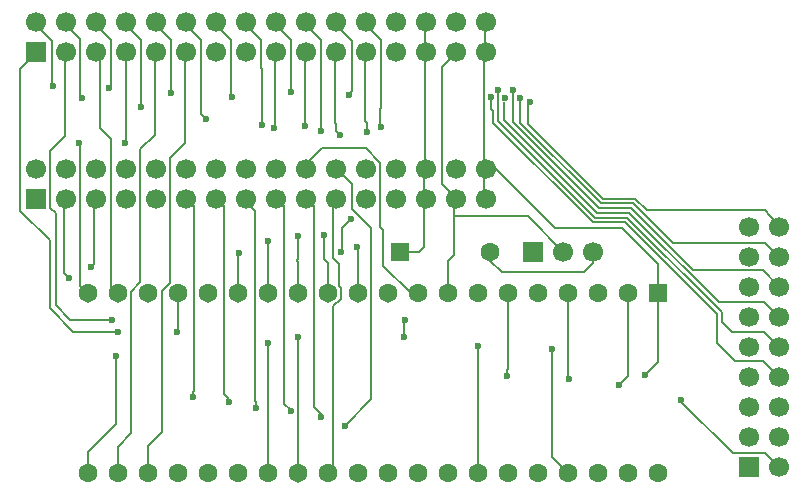
<source format=gbr>
%TF.GenerationSoftware,KiCad,Pcbnew,9.0.3*%
%TF.CreationDate,2025-09-11T22:04:48-04:00*%
%TF.ProjectId,6502-interposer,36353032-2d69-46e7-9465-72706f736572,rev?*%
%TF.SameCoordinates,Original*%
%TF.FileFunction,Copper,L1,Top*%
%TF.FilePolarity,Positive*%
%FSLAX46Y46*%
G04 Gerber Fmt 4.6, Leading zero omitted, Abs format (unit mm)*
G04 Created by KiCad (PCBNEW 9.0.3) date 2025-09-11 22:04:48*
%MOMM*%
%LPD*%
G01*
G04 APERTURE LIST*
G04 Aperture macros list*
%AMRoundRect*
0 Rectangle with rounded corners*
0 $1 Rounding radius*
0 $2 $3 $4 $5 $6 $7 $8 $9 X,Y pos of 4 corners*
0 Add a 4 corners polygon primitive as box body*
4,1,4,$2,$3,$4,$5,$6,$7,$8,$9,$2,$3,0*
0 Add four circle primitives for the rounded corners*
1,1,$1+$1,$2,$3*
1,1,$1+$1,$4,$5*
1,1,$1+$1,$6,$7*
1,1,$1+$1,$8,$9*
0 Add four rect primitives between the rounded corners*
20,1,$1+$1,$2,$3,$4,$5,0*
20,1,$1+$1,$4,$5,$6,$7,0*
20,1,$1+$1,$6,$7,$8,$9,0*
20,1,$1+$1,$8,$9,$2,$3,0*%
G04 Aperture macros list end*
%TA.AperFunction,ComponentPad*%
%ADD10C,1.600000*%
%TD*%
%TA.AperFunction,ComponentPad*%
%ADD11RoundRect,0.250000X-0.550000X0.550000X-0.550000X-0.550000X0.550000X-0.550000X0.550000X0.550000X0*%
%TD*%
%TA.AperFunction,ComponentPad*%
%ADD12C,1.700000*%
%TD*%
%TA.AperFunction,ComponentPad*%
%ADD13R,1.700000X1.700000*%
%TD*%
%TA.AperFunction,ComponentPad*%
%ADD14RoundRect,0.250000X-0.550000X-0.550000X0.550000X-0.550000X0.550000X0.550000X-0.550000X0.550000X0*%
%TD*%
%TA.AperFunction,ViaPad*%
%ADD15C,0.600000*%
%TD*%
%TA.AperFunction,Conductor*%
%ADD16C,0.200000*%
%TD*%
G04 APERTURE END LIST*
D10*
%TO.P,U1,40,~{RES}*%
%TO.N,/~{RES}*%
X100500000Y-79750000D03*
%TO.P,U1,39,\u03D52*%
%TO.N,unconnected-(U1-\u03D52-Pad39)*%
X97960000Y-79750000D03*
%TO.P,U1,38,~{SO}*%
%TO.N,unconnected-(U1-~{SO}-Pad38)*%
X95420000Y-79750000D03*
%TO.P,U1,37,\u03D50*%
%TO.N,/\u03D50*%
X92880000Y-79750000D03*
%TO.P,U1,36,nc*%
%TO.N,unconnected-(U1-nc-Pad36)*%
X90340000Y-79750000D03*
%TO.P,U1,35,nc*%
%TO.N,unconnected-(U1-nc-Pad35)*%
X87800000Y-79750000D03*
%TO.P,U1,34,R/~{W}*%
%TO.N,/R{slash}~{W}*%
X85260000Y-79750000D03*
%TO.P,U1,33,D0*%
%TO.N,/D0*%
X82720000Y-79750000D03*
%TO.P,U1,32,D1*%
%TO.N,/D1*%
X80180000Y-79750000D03*
%TO.P,U1,31,D2*%
%TO.N,/D2*%
X77640000Y-79750000D03*
%TO.P,U1,30,D3*%
%TO.N,/D3*%
X75100000Y-79750000D03*
%TO.P,U1,29,D4*%
%TO.N,/D4*%
X72560000Y-79750000D03*
%TO.P,U1,28,D5*%
%TO.N,/D5*%
X70020000Y-79750000D03*
%TO.P,U1,27,D6*%
%TO.N,/D6*%
X67480000Y-79750000D03*
%TO.P,U1,26,D7*%
%TO.N,/D7*%
X64940000Y-79750000D03*
%TO.P,U1,25,A15*%
%TO.N,/A15*%
X62400000Y-79750000D03*
%TO.P,U1,24,A14*%
%TO.N,/A14*%
X59860000Y-79750000D03*
%TO.P,U1,23,A13*%
%TO.N,/A13*%
X57320000Y-79750000D03*
%TO.P,U1,22,A12*%
%TO.N,/A12*%
X54780000Y-79750000D03*
%TO.P,U1,21,VSS*%
%TO.N,GND*%
X52240000Y-79750000D03*
%TO.P,U1,20,A11*%
%TO.N,/A11*%
X52240000Y-64510000D03*
%TO.P,U1,19,A10*%
%TO.N,/A10*%
X54780000Y-64510000D03*
%TO.P,U1,18,A9*%
%TO.N,/A9*%
X57320000Y-64510000D03*
%TO.P,U1,17,A8*%
%TO.N,/A8*%
X59860000Y-64510000D03*
%TO.P,U1,16,A7*%
%TO.N,/A7*%
X62400000Y-64510000D03*
%TO.P,U1,15,A6*%
%TO.N,/A6*%
X64940000Y-64510000D03*
%TO.P,U1,14,A5*%
%TO.N,/A5*%
X67480000Y-64510000D03*
%TO.P,U1,13,A4*%
%TO.N,/A4*%
X70020000Y-64510000D03*
%TO.P,U1,12,A3*%
%TO.N,/A3*%
X72560000Y-64510000D03*
%TO.P,U1,11,A2*%
%TO.N,/A2*%
X75100000Y-64510000D03*
%TO.P,U1,10,A1*%
%TO.N,/A1*%
X77640000Y-64510000D03*
%TO.P,U1,9,A0*%
%TO.N,/A0*%
X80180000Y-64510000D03*
%TO.P,U1,8,VCC*%
%TO.N,+5V*%
X82720000Y-64510000D03*
%TO.P,U1,7,SYNC*%
%TO.N,unconnected-(U1-SYNC-Pad7)*%
X85260000Y-64510000D03*
%TO.P,U1,6,~{NMI}*%
%TO.N,/~{NMI}*%
X87800000Y-64510000D03*
%TO.P,U1,5,nc*%
%TO.N,unconnected-(U1-nc-Pad5)*%
X90340000Y-64510000D03*
%TO.P,U1,4,~{IRQ}*%
%TO.N,/~{IRQ}*%
X92880000Y-64510000D03*
%TO.P,U1,3,\u03D51*%
%TO.N,unconnected-(U1-\u03D51-Pad3)*%
X95420000Y-64510000D03*
%TO.P,U1,2,RDY*%
%TO.N,/RDY*%
X97960000Y-64510000D03*
D11*
%TO.P,U1,1,VSS*%
%TO.N,GND*%
X100500000Y-64510000D03*
%TD*%
D12*
%TO.P,J1,17,GND*%
%TO.N,GND*%
X85960000Y-54000000D03*
%TO.P,J1,16,GND*%
X85960000Y-56540000D03*
%TO.P,J1,18,TRG*%
%TO.N,unconnected-(J1-TRG-Pad18)*%
X83420000Y-54000000D03*
%TO.P,J1,15,VRF*%
%TO.N,+5V*%
X83420000Y-56540000D03*
%TO.P,J1,19,5V0*%
%TO.N,/vcc2*%
X80880000Y-54000000D03*
%TO.P,J1,14,5V0*%
X80880000Y-56540000D03*
%TO.P,J1,20,3V3*%
%TO.N,unconnected-(J1-3V3-Pad20)*%
X78340000Y-54000000D03*
%TO.P,J1,13,3V3*%
%TO.N,unconnected-(J1-3V3-Pad13)*%
X78340000Y-56540000D03*
%TO.P,J1,21,CH-13*%
%TO.N,/D6*%
X75800000Y-54000000D03*
%TO.P,J1,12,CH-12*%
%TO.N,/D5*%
X75800000Y-56540000D03*
%TO.P,J1,22,CH-14*%
%TO.N,/D7*%
X73260000Y-54000000D03*
%TO.P,J1,11,CH-11*%
%TO.N,/D4*%
X73260000Y-56540000D03*
%TO.P,J1,23,CH-15*%
%TO.N,/A0*%
X70720000Y-54000000D03*
%TO.P,J1,10,CH-10*%
%TO.N,/D3*%
X70720000Y-56540000D03*
%TO.P,J1,24,CH-16*%
%TO.N,/A1*%
X68180000Y-54000000D03*
%TO.P,J1,9,CH-9*%
%TO.N,/D2*%
X68180000Y-56540000D03*
%TO.P,J1,25,CH-17*%
%TO.N,/A2*%
X65640000Y-54000000D03*
%TO.P,J1,8,CH-8*%
%TO.N,/D1*%
X65640000Y-56540000D03*
%TO.P,J1,26,CH-18*%
%TO.N,/A3*%
X63100000Y-54000000D03*
%TO.P,J1,7,CH-7*%
%TO.N,/D0*%
X63100000Y-56540000D03*
%TO.P,J1,27,CH-19*%
%TO.N,/A4*%
X60560000Y-54000000D03*
%TO.P,J1,6,CH-6*%
%TO.N,/~{RES}*%
X60560000Y-56540000D03*
%TO.P,J1,28,CH-20*%
%TO.N,/A5*%
X58020000Y-54000000D03*
%TO.P,J1,5,CH-5*%
%TO.N,/\u03D50*%
X58020000Y-56540000D03*
%TO.P,J1,29,CH-21*%
%TO.N,/A6*%
X55480000Y-54000000D03*
%TO.P,J1,4,CH-4*%
%TO.N,/R{slash}~{W}*%
X55480000Y-56540000D03*
%TO.P,J1,30,CH-22*%
%TO.N,/A7*%
X52940000Y-54000000D03*
%TO.P,J1,3,CH-3*%
%TO.N,/~{NMI}*%
X52940000Y-56540000D03*
%TO.P,J1,31,CH-23*%
%TO.N,/Opt1.1*%
X50400000Y-54000000D03*
%TO.P,J1,2,CH-2*%
%TO.N,/~{IRQ}*%
X50400000Y-56540000D03*
%TO.P,J1,32,CH-24*%
%TO.N,/Opt1.2*%
X47860000Y-54000000D03*
D13*
%TO.P,J1,1,CH-1*%
%TO.N,/RDY*%
X47860000Y-56540000D03*
%TD*%
D14*
%TO.P,D1,1,K*%
%TO.N,/vcc2*%
X78690000Y-61000000D03*
D10*
%TO.P,D1,2,A*%
%TO.N,Net-(D1-A)*%
X86310000Y-61000000D03*
%TD*%
D13*
%TO.P,JP1,1,A*%
%TO.N,unconnected-(JP1-A-Pad1)*%
X89960000Y-61000000D03*
D12*
%TO.P,JP1,2,C*%
%TO.N,+5V*%
X92500000Y-61000000D03*
%TO.P,JP1,3,B*%
%TO.N,Net-(D1-A)*%
X95040000Y-61000000D03*
%TD*%
D13*
%TO.P,J3,1,Pin_1*%
%TO.N,/Opt1.1*%
X108210000Y-79200000D03*
D12*
%TO.P,J3,2,Pin_2*%
%TO.N,/Opt1.2*%
X110750000Y-79200000D03*
%TO.P,J3,3,Pin_3*%
%TO.N,/Opt2.1*%
X108210000Y-76660000D03*
%TO.P,J3,4,Pin_4*%
%TO.N,/Opt2.2*%
X110750000Y-76660000D03*
%TO.P,J3,5,Pin_5*%
%TO.N,/Opt2.3*%
X108210000Y-74120000D03*
%TO.P,J3,6,Pin_6*%
%TO.N,/Opt2.4*%
X110750000Y-74120000D03*
%TO.P,J3,7,Pin_7*%
%TO.N,/Opt2.5*%
X108210000Y-71580000D03*
%TO.P,J3,8,Pin_8*%
%TO.N,/Opt2.6*%
X110750000Y-71580000D03*
%TO.P,J3,9,Pin_9*%
%TO.N,/Opt2.7*%
X108210000Y-69040000D03*
%TO.P,J3,10,Pin_10*%
%TO.N,/Opt2.8*%
X110750000Y-69040000D03*
%TO.P,J3,11,Pin_11*%
%TO.N,/Opt2.9*%
X108210000Y-66500000D03*
%TO.P,J3,12,Pin_12*%
%TO.N,/Opt2.10*%
X110750000Y-66500000D03*
%TO.P,J3,13,Pin_13*%
%TO.N,/Opt2.11*%
X108210000Y-63960000D03*
%TO.P,J3,14,Pin_14*%
%TO.N,/Opt2.12*%
X110750000Y-63960000D03*
%TO.P,J3,15,Pin_15*%
%TO.N,/Opt2.13*%
X108210000Y-61420000D03*
%TO.P,J3,16,Pin_16*%
%TO.N,/Opt2.14*%
X110750000Y-61420000D03*
%TO.P,J3,17,Pin_17*%
%TO.N,/Opt2.15*%
X108210000Y-58880000D03*
%TO.P,J3,18,Pin_18*%
%TO.N,/Opt2.16*%
X110750000Y-58880000D03*
%TD*%
%TO.P,J2,2,CH-2*%
%TO.N,/A9*%
X50400000Y-44040000D03*
%TO.P,J2,16,GND*%
%TO.N,GND*%
X85960000Y-41500000D03*
X85960000Y-44040000D03*
%TO.P,J2,18,TRG*%
%TO.N,unconnected-(J2-TRG-Pad18)*%
X83420000Y-41500000D03*
%TO.P,J2,15,VRF*%
%TO.N,+5V*%
X83420000Y-44040000D03*
%TO.P,J2,19,5V0*%
%TO.N,/vcc2*%
X80880000Y-41500000D03*
%TO.P,J2,14,5V0*%
X80880000Y-44040000D03*
%TO.P,J2,20,3V3*%
%TO.N,unconnected-(J2-3V3-Pad20)*%
X78340000Y-41500000D03*
%TO.P,J2,13,3V3*%
%TO.N,unconnected-(J2-3V3-Pad13)*%
X78340000Y-44040000D03*
%TO.P,J2,21,CH-13*%
%TO.N,/Opt2.5*%
X75800000Y-41500000D03*
%TO.P,J2,12,CH-12*%
%TO.N,/Opt2.4*%
X75800000Y-44040000D03*
%TO.P,J2,22,CH-14*%
%TO.N,/Opt2.6*%
X73260000Y-41500000D03*
%TO.P,J2,11,CH-11*%
%TO.N,/Opt2.3*%
X73260000Y-44040000D03*
%TO.P,J2,23,CH-15*%
%TO.N,/Opt2.7*%
X70720000Y-41500000D03*
%TO.P,J2,10,CH-10*%
%TO.N,/Opt2.2*%
X70720000Y-44040000D03*
%TO.P,J2,24,CH-16*%
%TO.N,/Opt2.8*%
X68180000Y-41500000D03*
%TO.P,J2,9,CH-9*%
%TO.N,/Opt2.1*%
X68180000Y-44040000D03*
%TO.P,J2,25,CH-17*%
%TO.N,/Opt2.9*%
X65640000Y-41500000D03*
%TO.P,J2,8,CH-8*%
%TO.N,/A15*%
X65640000Y-44040000D03*
%TO.P,J2,26,CH-18*%
%TO.N,/Opt2.10*%
X63100000Y-41500000D03*
%TO.P,J2,7,CH-7*%
%TO.N,/A14*%
X63100000Y-44040000D03*
%TO.P,J2,27,CH-19*%
%TO.N,/Opt2.11*%
X60560000Y-41500000D03*
%TO.P,J2,6,CH-6*%
%TO.N,/A13*%
X60560000Y-44040000D03*
%TO.P,J2,28,CH-20*%
%TO.N,/Opt2.12*%
X58020000Y-41500000D03*
%TO.P,J2,5,CH-5*%
%TO.N,/A12*%
X58020000Y-44040000D03*
%TO.P,J2,29,CH-21*%
%TO.N,/Opt2.13*%
X55480000Y-41500000D03*
%TO.P,J2,4,CH-4*%
%TO.N,/A11*%
X55480000Y-44040000D03*
%TO.P,J2,30,CH-22*%
%TO.N,/Opt2.14*%
X52940000Y-41500000D03*
%TO.P,J2,3,CH-3*%
%TO.N,/A10*%
X52940000Y-44040000D03*
%TO.P,J2,31,CH-23*%
%TO.N,/Opt2.15*%
X50400000Y-41500000D03*
%TO.P,J2,32,CH-24*%
%TO.N,/Opt2.16*%
X47860000Y-41500000D03*
D13*
%TO.P,J2,1,CH-1*%
%TO.N,/A8*%
X47860000Y-44040000D03*
%TD*%
D15*
%TO.N,GND*%
X99400000Y-71400000D03*
X54600000Y-69800000D03*
%TO.N,/Opt2.1*%
X68000000Y-50500000D03*
%TO.N,/Opt1.2*%
X102475735Y-73524265D03*
%TO.N,/Opt2.3*%
X73625000Y-51125000D03*
%TO.N,/Opt2.12*%
X88194043Y-47335680D03*
X59250000Y-47553000D03*
%TO.N,/Opt2.9*%
X67000000Y-50250000D03*
%TO.N,/Opt2.2*%
X70620000Y-50370000D03*
%TO.N,/Opt2.11*%
X62250000Y-49750000D03*
%TO.N,/Opt2.10*%
X64406171Y-47902000D03*
X87581000Y-47968658D03*
%TO.N,/Opt2.15*%
X51750000Y-48000000D03*
%TO.N,/Opt2.4*%
X75854634Y-50848000D03*
%TO.N,/Opt2.16*%
X89668315Y-48331685D03*
X49250000Y-47001000D03*
%TO.N,/Opt2.6*%
X74311000Y-47704000D03*
X86380000Y-47890000D03*
%TO.N,/Opt2.13*%
X56750000Y-48750000D03*
%TO.N,/Opt2.7*%
X72000000Y-50750000D03*
%TO.N,/Opt2.8*%
X69469000Y-47500000D03*
X86923535Y-47303000D03*
%TO.N,/Opt2.14*%
X53991000Y-47152000D03*
X88850000Y-47968658D03*
%TO.N,/Opt2.5*%
X77098357Y-50447000D03*
%TO.N,/D7*%
X74000000Y-75750000D03*
%TO.N,/D2*%
X69420000Y-74500000D03*
%TO.N,/D3*%
X72000000Y-75000000D03*
%TO.N,/RDY*%
X97250000Y-72250000D03*
%TO.N,/A6*%
X65000000Y-61101000D03*
%TO.N,/A8*%
X54750000Y-67750000D03*
X59750000Y-67750000D03*
%TO.N,/D5*%
X79079000Y-66750000D03*
X70000000Y-68250000D03*
X79000000Y-68250000D03*
%TO.N,/A2*%
X75003093Y-60576952D03*
%TO.N,/A11*%
X51500000Y-51750000D03*
X55380000Y-51750000D03*
%TO.N,/\u03D50*%
X91500000Y-69250000D03*
%TO.N,/A4*%
X70020000Y-59652000D03*
%TO.N,/D1*%
X66500000Y-74250000D03*
%TO.N,/D0*%
X64182285Y-73750000D03*
%TO.N,/A9*%
X54250000Y-66750000D03*
%TO.N,/~{RES}*%
X61125000Y-73250000D03*
%TO.N,/A5*%
X67459412Y-60100000D03*
%TO.N,/R{slash}~{W}*%
X85250000Y-69000000D03*
%TO.N,/A3*%
X72200735Y-59549265D03*
%TO.N,/~{NMI}*%
X52500000Y-62250000D03*
X87750000Y-71499000D03*
%TO.N,/~{IRQ}*%
X93000000Y-71750000D03*
X50652000Y-63249473D03*
%TO.N,/D6*%
X67500000Y-68750000D03*
X73700735Y-61049265D03*
X74500000Y-58250000D03*
%TD*%
D16*
%TO.N,/~{NMI}*%
X87750000Y-71000000D02*
X87800000Y-70950000D01*
X87750000Y-71499000D02*
X87750000Y-71000000D01*
X87800000Y-70950000D02*
X87800000Y-64510000D01*
%TO.N,GND*%
X100500000Y-70300000D02*
X99400000Y-71400000D01*
X100500000Y-64510000D02*
X100500000Y-70300000D01*
X54000000Y-76200000D02*
X54600000Y-75600000D01*
X54600000Y-75600000D02*
X54600000Y-69800000D01*
X52240000Y-79750000D02*
X52240000Y-77960000D01*
X52240000Y-77960000D02*
X54000000Y-76200000D01*
%TO.N,/Opt1.2*%
X102475735Y-73524265D02*
X102475735Y-73675735D01*
X102475735Y-73675735D02*
X106849000Y-78049000D01*
X106849000Y-78049000D02*
X109599000Y-78049000D01*
X109599000Y-78049000D02*
X110750000Y-79200000D01*
%TO.N,/R{slash}~{W}*%
X85250000Y-69000000D02*
X85250000Y-70500000D01*
X85250000Y-70500000D02*
X85260000Y-70510000D01*
X85260000Y-70510000D02*
X85260000Y-79750000D01*
%TO.N,/A11*%
X51500000Y-51750000D02*
X51600000Y-51850000D01*
X51600000Y-51850000D02*
X51600000Y-63870000D01*
X51600000Y-63870000D02*
X52240000Y-64510000D01*
%TO.N,+5V*%
X83320000Y-44250000D02*
X82200000Y-45370000D01*
X82200000Y-45370000D02*
X82200000Y-55250000D01*
X82200000Y-55250000D02*
X83240000Y-56290000D01*
%TO.N,/Opt2.16*%
X47750000Y-41700000D02*
X49200000Y-43150000D01*
X49200000Y-43150000D02*
X49200000Y-46951000D01*
X49200000Y-46951000D02*
X49250000Y-47001000D01*
%TO.N,/Opt2.15*%
X50300000Y-41710000D02*
X51600000Y-43010000D01*
X51600000Y-43010000D02*
X51600000Y-47850000D01*
X51600000Y-47850000D02*
X51750000Y-48000000D01*
%TO.N,/Opt2.14*%
X53991000Y-47152000D02*
X54200000Y-46943000D01*
X54200000Y-46943000D02*
X54200000Y-43070000D01*
X54200000Y-43070000D02*
X52840000Y-41710000D01*
%TO.N,/Opt2.8*%
X69469000Y-47500000D02*
X69400000Y-47431000D01*
X69400000Y-47431000D02*
X69400000Y-43030000D01*
X69400000Y-43030000D02*
X68080000Y-41710000D01*
%TO.N,/Opt2.7*%
X72000000Y-50750000D02*
X72000000Y-43090000D01*
X72000000Y-43090000D02*
X70620000Y-41710000D01*
%TO.N,/Opt2.6*%
X74311000Y-47704000D02*
X74600000Y-47415000D01*
X74600000Y-47415000D02*
X74600000Y-43150000D01*
X74600000Y-43150000D02*
X73160000Y-41710000D01*
%TO.N,/D7*%
X73080000Y-53750000D02*
X74600000Y-55270000D01*
X74600000Y-55270000D02*
X74600000Y-57369000D01*
X74600000Y-57369000D02*
X76250000Y-59019000D01*
X76250000Y-59019000D02*
X76250000Y-73500000D01*
X76250000Y-73500000D02*
X74000000Y-75750000D01*
%TO.N,/A0*%
X80180000Y-64510000D02*
X79563840Y-64510000D01*
X79563840Y-64510000D02*
X77250000Y-62196160D01*
X77000000Y-58911000D02*
X77000000Y-53500000D01*
X77250000Y-62196160D02*
X77250000Y-59161000D01*
X77250000Y-59161000D02*
X77000000Y-58911000D01*
X77000000Y-53500000D02*
X75750000Y-52250000D01*
X75750000Y-52250000D02*
X72040000Y-52250000D01*
X72040000Y-52250000D02*
X70540000Y-53750000D01*
%TO.N,/A13*%
X57320000Y-79750000D02*
X57320000Y-77430000D01*
X57320000Y-77430000D02*
X58500000Y-76250000D01*
X58500000Y-76250000D02*
X58500000Y-64312950D01*
X58500000Y-64312950D02*
X59200000Y-63612950D01*
X59200000Y-63612950D02*
X59200000Y-53050000D01*
X59200000Y-53050000D02*
X60460000Y-51790000D01*
X60460000Y-51790000D02*
X60460000Y-44250000D01*
%TO.N,/A10*%
X52840000Y-44250000D02*
X53250000Y-44660000D01*
X53250000Y-44660000D02*
X53250000Y-50500000D01*
X53250000Y-50500000D02*
X54200000Y-51450000D01*
X54200000Y-63930000D02*
X54780000Y-64510000D01*
X54200000Y-51450000D02*
X54200000Y-63930000D01*
%TO.N,/D1*%
X66379000Y-59250000D02*
X66379000Y-57549000D01*
X66379000Y-57549000D02*
X65370000Y-56540000D01*
%TO.N,/Opt2.1*%
X68000000Y-50500000D02*
X68080000Y-50420000D01*
X68080000Y-50420000D02*
X68080000Y-44250000D01*
%TO.N,/Opt2.3*%
X73625000Y-51125000D02*
X73250000Y-50750000D01*
X73250000Y-50150555D02*
X73160000Y-50060555D01*
X73160000Y-50060555D02*
X73160000Y-44250000D01*
X73250000Y-50750000D02*
X73250000Y-50150555D01*
%TO.N,/Opt2.12*%
X88250000Y-50048700D02*
X88250000Y-48218601D01*
X109361000Y-62571000D02*
X107321000Y-62571000D01*
X95498300Y-57297000D02*
X88250000Y-50048700D01*
X107321000Y-62571000D02*
X107250000Y-62500000D01*
X103451300Y-62500000D02*
X98248300Y-57297000D01*
X107250000Y-62500000D02*
X103451300Y-62500000D01*
X88249000Y-48217601D02*
X88249000Y-47719715D01*
X88250000Y-47718715D02*
X88250000Y-47531430D01*
X98248300Y-57297000D02*
X95498300Y-57297000D01*
X88250000Y-48218601D02*
X88249000Y-48217601D01*
X59250000Y-47553000D02*
X59250000Y-43040000D01*
X88249000Y-47719715D02*
X88250000Y-47718715D01*
X110750000Y-63960000D02*
X109361000Y-62571000D01*
X59250000Y-43040000D02*
X57920000Y-41710000D01*
X88194043Y-47475473D02*
X88194043Y-47335680D01*
X88250000Y-47531430D02*
X88194043Y-47475473D01*
%TO.N,/Opt2.9*%
X67000000Y-45500000D02*
X66929000Y-45429000D01*
X66929000Y-43099000D02*
X65540000Y-41710000D01*
X66929000Y-45429000D02*
X66929000Y-43099000D01*
X67000000Y-50250000D02*
X67000000Y-45500000D01*
%TO.N,/Opt2.2*%
X70620000Y-50370000D02*
X70620000Y-44250000D01*
%TO.N,/Opt2.11*%
X62250000Y-49750000D02*
X61849000Y-49349000D01*
X61849000Y-49349000D02*
X61849000Y-43099000D01*
X61849000Y-43099000D02*
X60460000Y-41710000D01*
%TO.N,/Opt2.10*%
X64406171Y-47902000D02*
X64389000Y-47884829D01*
X105634200Y-65250000D02*
X109500000Y-65250000D01*
X64389000Y-43099000D02*
X63000000Y-41710000D01*
X87500000Y-48291984D02*
X87500000Y-49865800D01*
X98082200Y-57698000D02*
X105634200Y-65250000D01*
X95332200Y-57698000D02*
X98082200Y-57698000D01*
X109500000Y-65250000D02*
X110750000Y-66500000D01*
X87500000Y-49865800D02*
X95332200Y-57698000D01*
X64389000Y-47884829D02*
X64389000Y-43099000D01*
%TO.N,/Opt2.4*%
X75854634Y-50848000D02*
X75854634Y-50100000D01*
X75700000Y-49945366D02*
X75854634Y-50100000D01*
X75700000Y-44250000D02*
X75700000Y-49945366D01*
%TO.N,/Opt2.16*%
X110000000Y-58000000D02*
X110750000Y-58750000D01*
X95830500Y-56495000D02*
X98580500Y-56495000D01*
X99585500Y-57500000D02*
X109567100Y-57500000D01*
X110750000Y-58750000D02*
X110750000Y-58880000D01*
X89500000Y-50164500D02*
X95830500Y-56495000D01*
X89500000Y-48586630D02*
X89500000Y-50164500D01*
X89668315Y-48418315D02*
X89500000Y-48586630D01*
X110000000Y-57932900D02*
X110000000Y-58000000D01*
X89668315Y-48331685D02*
X89668315Y-48418315D01*
X98580500Y-56495000D02*
X99585500Y-57500000D01*
X109567100Y-57500000D02*
X110000000Y-57932900D01*
%TO.N,/Opt2.6*%
X105500000Y-66250000D02*
X105500000Y-68750000D01*
X86580000Y-50080000D02*
X95000000Y-58500000D01*
X95000000Y-58500000D02*
X97750000Y-58500000D01*
X86380000Y-47890000D02*
X86380000Y-48880000D01*
X86380000Y-48880000D02*
X86580000Y-49080000D01*
X107000000Y-70250000D02*
X109420000Y-70250000D01*
X109420000Y-70250000D02*
X110750000Y-71580000D01*
X105500000Y-68750000D02*
X107000000Y-70250000D01*
X97750000Y-58500000D02*
X105500000Y-66250000D01*
X86580000Y-49080000D02*
X86580000Y-50080000D01*
%TO.N,/Opt2.13*%
X56750000Y-48750000D02*
X56750000Y-43080000D01*
X56750000Y-43080000D02*
X55380000Y-41710000D01*
%TO.N,/Opt2.8*%
X109460000Y-67750000D02*
X110750000Y-69040000D01*
X105901000Y-66083900D02*
X105901000Y-66901000D01*
X86981000Y-49913900D02*
X95166100Y-58099000D01*
X106750000Y-67750000D02*
X109460000Y-67750000D01*
X86981000Y-47641057D02*
X86981000Y-49913900D01*
X97916100Y-58099000D02*
X105901000Y-66083900D01*
X105901000Y-66901000D02*
X106750000Y-67750000D01*
X86923535Y-47583592D02*
X86981000Y-47641057D01*
X95166100Y-58099000D02*
X97916100Y-58099000D01*
X86923535Y-47303000D02*
X86923535Y-47583592D01*
%TO.N,/Opt2.14*%
X88850000Y-47968658D02*
X88850000Y-50081600D01*
X109580000Y-60250000D02*
X110750000Y-61420000D01*
X98414400Y-56896000D02*
X101768400Y-60250000D01*
X95664400Y-56896000D02*
X98414400Y-56896000D01*
X101768400Y-60250000D02*
X109580000Y-60250000D01*
X88850000Y-50081600D02*
X95664400Y-56896000D01*
%TO.N,/Opt2.5*%
X77089000Y-48858000D02*
X77089000Y-43099000D01*
X77089000Y-43099000D02*
X75700000Y-41710000D01*
X77098357Y-50447000D02*
X77000000Y-50348643D01*
X77000000Y-50348643D02*
X77000000Y-48947000D01*
X77000000Y-48947000D02*
X77089000Y-48858000D01*
%TO.N,Net-(D1-A)*%
X87310000Y-62750000D02*
X94250000Y-62750000D01*
X94250000Y-62750000D02*
X95040000Y-61960000D01*
X86310000Y-61750000D02*
X87310000Y-62750000D01*
X95040000Y-61960000D02*
X95040000Y-61000000D01*
%TO.N,/A1*%
X77850000Y-65040000D02*
X77640000Y-65250000D01*
%TO.N,/D2*%
X69420000Y-74500000D02*
X69420000Y-74420000D01*
X68850000Y-73850000D02*
X68850000Y-57140000D01*
X68850000Y-57140000D02*
X68000000Y-56290000D01*
X69420000Y-74420000D02*
X68850000Y-73850000D01*
%TO.N,/D3*%
X72000000Y-75000000D02*
X72000000Y-74750000D01*
X71390000Y-74140000D02*
X71390000Y-57140000D01*
X71390000Y-57140000D02*
X70540000Y-56290000D01*
X72000000Y-74750000D02*
X71390000Y-74140000D01*
%TO.N,/A7*%
X62610000Y-65040000D02*
X62400000Y-65250000D01*
%TO.N,/RDY*%
X98170000Y-65040000D02*
X97960000Y-65250000D01*
X97960000Y-64510000D02*
X97960000Y-71540000D01*
X97960000Y-71540000D02*
X97250000Y-72250000D01*
%TO.N,/A6*%
X65150000Y-65040000D02*
X64940000Y-65250000D01*
X65000000Y-61101000D02*
X64940000Y-61161000D01*
X64940000Y-61161000D02*
X64940000Y-64510000D01*
%TO.N,/A8*%
X60070000Y-65040000D02*
X59860000Y-65250000D01*
X46529000Y-57529000D02*
X46529000Y-45481000D01*
X49000000Y-65750000D02*
X49000000Y-60000000D01*
X59860000Y-64510000D02*
X59860000Y-67640000D01*
X54750000Y-67750000D02*
X51000000Y-67750000D01*
X51000000Y-67750000D02*
X49000000Y-65750000D01*
X46529000Y-45481000D02*
X47760000Y-44250000D01*
X49000000Y-60000000D02*
X46529000Y-57529000D01*
X59860000Y-67640000D02*
X59750000Y-67750000D01*
%TO.N,/D5*%
X70020000Y-70270000D02*
X70020000Y-79750000D01*
X70000000Y-68250000D02*
X70000000Y-70250000D01*
X70000000Y-70250000D02*
X70020000Y-70270000D01*
X79000000Y-68250000D02*
X79000000Y-66829000D01*
X70230000Y-80280000D02*
X70020000Y-80490000D01*
X79000000Y-66829000D02*
X79079000Y-66750000D01*
%TO.N,/A2*%
X75310000Y-65040000D02*
X75100000Y-65250000D01*
X75100000Y-60673859D02*
X75003093Y-60576952D01*
X75100000Y-64510000D02*
X75100000Y-60673859D01*
%TO.N,/A11*%
X55500000Y-51630000D02*
X55380000Y-51750000D01*
X55380000Y-44250000D02*
X55500000Y-44370000D01*
X54750000Y-44250000D02*
X55380000Y-44250000D01*
X55500000Y-44370000D02*
X55500000Y-51630000D01*
X52450000Y-65040000D02*
X52240000Y-65250000D01*
%TO.N,/\u03D50*%
X91500000Y-69250000D02*
X91500000Y-78370000D01*
X91500000Y-78370000D02*
X92880000Y-79750000D01*
%TO.N,/A4*%
X70020000Y-59652000D02*
X70020000Y-61650000D01*
X70230000Y-65040000D02*
X70020000Y-65250000D01*
X70020000Y-61770000D02*
X70020000Y-64510000D01*
X69985908Y-61684092D02*
X69985908Y-61735908D01*
X70020000Y-61650000D02*
X69985908Y-61684092D01*
X69985908Y-61735908D02*
X70020000Y-61770000D01*
%TO.N,/D4*%
X73500000Y-63892950D02*
X73661000Y-64053950D01*
X73661000Y-64966050D02*
X73016050Y-65611000D01*
X73080000Y-56290000D02*
X73000000Y-56370000D01*
X73661000Y-64053950D02*
X73661000Y-64966050D01*
X73000000Y-65611000D02*
X73000000Y-79310000D01*
X73000000Y-79310000D02*
X72560000Y-79750000D01*
X73500000Y-62045029D02*
X73500000Y-63892950D01*
X73000000Y-61545029D02*
X73500000Y-62045029D01*
X73016050Y-65611000D02*
X73000000Y-65611000D01*
X73000000Y-56370000D02*
X73000000Y-61545029D01*
%TO.N,/D1*%
X66500000Y-74250000D02*
X66500000Y-73750000D01*
X66500000Y-73750000D02*
X66379000Y-73629000D01*
X66379000Y-73629000D02*
X66379000Y-59250000D01*
%TO.N,/D0*%
X64136489Y-73386489D02*
X63770000Y-73020000D01*
X64136489Y-73704204D02*
X64136489Y-73386489D01*
X63770000Y-73020000D02*
X63770000Y-57140000D01*
X63770000Y-57140000D02*
X62920000Y-56290000D01*
X64182285Y-73750000D02*
X64136489Y-73704204D01*
%TO.N,/A9*%
X57530000Y-65040000D02*
X57320000Y-65250000D01*
X49069000Y-52431000D02*
X49069000Y-57250000D01*
X49500000Y-65500000D02*
X50750000Y-66750000D01*
X50300000Y-44250000D02*
X50410000Y-44360000D01*
X50300000Y-44250000D02*
X50300000Y-51200000D01*
X49500000Y-57681000D02*
X49500000Y-65500000D01*
X50750000Y-66750000D02*
X54250000Y-66750000D01*
X50300000Y-51200000D02*
X49069000Y-52431000D01*
X49069000Y-57250000D02*
X49500000Y-57681000D01*
%TO.N,/~{RES}*%
X61125000Y-73250000D02*
X61125000Y-72875000D01*
X61230000Y-72770000D02*
X61230000Y-57140000D01*
X61125000Y-72875000D02*
X61230000Y-72770000D01*
X61230000Y-57140000D02*
X60380000Y-56290000D01*
%TO.N,/A10*%
X54990000Y-65040000D02*
X54780000Y-65250000D01*
%TO.N,/A5*%
X67480000Y-61771000D02*
X67480000Y-64510000D01*
X67459412Y-61629412D02*
X67500000Y-61670000D01*
X67690000Y-65040000D02*
X67480000Y-65250000D01*
X67500000Y-61751000D02*
X67480000Y-61771000D01*
X67500000Y-61670000D02*
X67500000Y-61751000D01*
X67459412Y-60100000D02*
X67459412Y-61629412D01*
%TO.N,/A12*%
X55881000Y-76369000D02*
X54750000Y-77500000D01*
X56689000Y-63561000D02*
X55881000Y-64369000D01*
X54750000Y-77500000D02*
X54780000Y-77530000D01*
X55881000Y-64369000D02*
X55881000Y-76369000D01*
X57920000Y-44250000D02*
X57920000Y-51080000D01*
X57920000Y-51080000D02*
X56689000Y-52311000D01*
X54780000Y-77530000D02*
X54780000Y-79750000D01*
X56689000Y-52311000D02*
X56689000Y-63561000D01*
%TO.N,/A3*%
X72200735Y-59549265D02*
X72200735Y-61600735D01*
X72200735Y-61600735D02*
X72560000Y-61960000D01*
X72770000Y-65040000D02*
X72560000Y-65250000D01*
X72560000Y-61960000D02*
X72560000Y-64510000D01*
%TO.N,+5V*%
X89500000Y-58000000D02*
X83240000Y-58000000D01*
X83240000Y-61260000D02*
X82720000Y-61780000D01*
X92500000Y-61000000D02*
X89500000Y-58000000D01*
X82720000Y-61780000D02*
X82720000Y-64510000D01*
X83240000Y-56290000D02*
X83240000Y-58000000D01*
X83240000Y-58000000D02*
X83240000Y-61260000D01*
X82720000Y-56810000D02*
X83240000Y-56290000D01*
%TO.N,GND*%
X91750000Y-59000000D02*
X86500000Y-53750000D01*
X85780000Y-44330000D02*
X85780000Y-53750000D01*
X85860000Y-41710000D02*
X85860000Y-44250000D01*
X85860000Y-44250000D02*
X85780000Y-44330000D01*
X100710000Y-65040000D02*
X100500000Y-65250000D01*
X85780000Y-56290000D02*
X85780000Y-53750000D01*
X100500000Y-62000000D02*
X97500000Y-59000000D01*
X100500000Y-64510000D02*
X100500000Y-62000000D01*
X86500000Y-53750000D02*
X85780000Y-53750000D01*
X97500000Y-59000000D02*
X91750000Y-59000000D01*
%TO.N,/~{NMI}*%
X52760000Y-56290000D02*
X52760000Y-61990000D01*
X52760000Y-61990000D02*
X52500000Y-62250000D01*
%TO.N,/~{IRQ}*%
X50220000Y-62817473D02*
X50652000Y-63249473D01*
X92880000Y-71630000D02*
X92880000Y-64510000D01*
X93000000Y-71750000D02*
X92880000Y-71630000D01*
X50220000Y-56290000D02*
X50220000Y-62817473D01*
X93090000Y-65040000D02*
X92880000Y-65250000D01*
%TO.N,/D6*%
X67500000Y-69500000D02*
X67480000Y-69520000D01*
X73700735Y-61049265D02*
X73750000Y-61000000D01*
X73750000Y-61000000D02*
X73750000Y-59000000D01*
X73750000Y-59000000D02*
X74500000Y-58250000D01*
X67480000Y-69520000D02*
X67480000Y-79750000D01*
X67500000Y-68750000D02*
X67500000Y-69500000D01*
%TO.N,/vcc2*%
X80700000Y-60550000D02*
X80250000Y-61000000D01*
X80780000Y-53670000D02*
X80700000Y-53750000D01*
X80780000Y-41710000D02*
X80780000Y-44250000D01*
X80250000Y-61000000D02*
X78690000Y-61000000D01*
X80620000Y-53670000D02*
X80700000Y-53750000D01*
X80700000Y-56290000D02*
X80700000Y-60550000D01*
X80780000Y-44250000D02*
X80780000Y-53670000D01*
X80700000Y-53750000D02*
X80700000Y-56290000D01*
%TD*%
M02*

</source>
